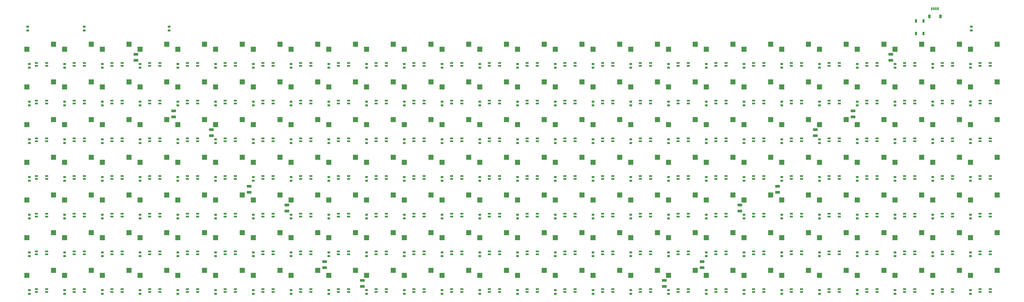
<source format=gbr>
G04 #@! TF.GenerationSoftware,KiCad,Pcbnew,(6.0.0-0)*
G04 #@! TF.CreationDate,2021-12-27T00:14:13+03:00*
G04 #@! TF.ProjectId,fu_keyboard,66755f6b-6579-4626-9f61-72642e6b6963,rev?*
G04 #@! TF.SameCoordinates,Original*
G04 #@! TF.FileFunction,Paste,Bot*
G04 #@! TF.FilePolarity,Positive*
%FSLAX46Y46*%
G04 Gerber Fmt 4.6, Leading zero omitted, Abs format (unit mm)*
G04 Created by KiCad (PCBNEW (6.0.0-0)) date 2021-12-27 00:14:13*
%MOMM*%
%LPD*%
G01*
G04 APERTURE LIST*
G04 Aperture macros list*
%AMRoundRect*
0 Rectangle with rounded corners*
0 $1 Rounding radius*
0 $2 $3 $4 $5 $6 $7 $8 $9 X,Y pos of 4 corners*
0 Add a 4 corners polygon primitive as box body*
4,1,4,$2,$3,$4,$5,$6,$7,$8,$9,$2,$3,0*
0 Add four circle primitives for the rounded corners*
1,1,$1+$1,$2,$3*
1,1,$1+$1,$4,$5*
1,1,$1+$1,$6,$7*
1,1,$1+$1,$8,$9*
0 Add four rect primitives between the rounded corners*
20,1,$1+$1,$2,$3,$4,$5,0*
20,1,$1+$1,$4,$5,$6,$7,0*
20,1,$1+$1,$6,$7,$8,$9,0*
20,1,$1+$1,$8,$9,$2,$3,0*%
G04 Aperture macros list end*
%ADD10RoundRect,0.082000X0.718000X-0.328000X0.718000X0.328000X-0.718000X0.328000X-0.718000X-0.328000X0*%
%ADD11RoundRect,0.082000X-0.718000X0.328000X-0.718000X-0.328000X0.718000X-0.328000X0.718000X0.328000X0*%
%ADD12R,2.550000X2.500000*%
%ADD13R,1.000000X1.700000*%
%ADD14RoundRect,0.243750X0.456250X-0.243750X0.456250X0.243750X-0.456250X0.243750X-0.456250X-0.243750X0*%
%ADD15RoundRect,0.250000X-0.925000X0.412500X-0.925000X-0.412500X0.925000X-0.412500X0.925000X0.412500X0*%
%ADD16RoundRect,0.150000X0.150000X0.625000X-0.150000X0.625000X-0.150000X-0.625000X0.150000X-0.625000X0*%
%ADD17RoundRect,0.250000X0.350000X0.650000X-0.350000X0.650000X-0.350000X-0.650000X0.350000X-0.650000X0*%
G04 APERTURE END LIST*
D10*
X231200000Y-158230000D03*
X231200000Y-156730000D03*
X226000000Y-156730000D03*
X226000000Y-158230000D03*
X231200000Y-82030000D03*
X231200000Y-80530000D03*
X226000000Y-80530000D03*
X226000000Y-82030000D03*
D11*
X149800000Y-175779999D03*
X149800000Y-177279999D03*
X155000000Y-177279999D03*
X155000000Y-175779999D03*
X473650000Y-175779999D03*
X473650000Y-177279999D03*
X478850000Y-177279999D03*
X478850000Y-175779999D03*
D10*
X174050000Y-120130000D03*
X174050000Y-118630000D03*
X168850000Y-118630000D03*
X168850000Y-120130000D03*
X497900000Y-158230000D03*
X497900000Y-156730000D03*
X492700000Y-156730000D03*
X492700000Y-158230000D03*
X364550000Y-158230000D03*
X364550000Y-156730000D03*
X359350000Y-156730000D03*
X359350000Y-158230000D03*
X288350000Y-120130000D03*
X288350000Y-118630000D03*
X283150000Y-118630000D03*
X283150000Y-120130000D03*
D11*
X54550000Y-99579999D03*
X54550000Y-101079999D03*
X59750000Y-101079999D03*
X59750000Y-99579999D03*
X73600000Y-99579999D03*
X73600000Y-101079999D03*
X78800000Y-101079999D03*
X78800000Y-99579999D03*
X264100000Y-99579999D03*
X264100000Y-101079999D03*
X269300000Y-101079999D03*
X269300000Y-99579999D03*
X321250000Y-175779999D03*
X321250000Y-177279999D03*
X326450000Y-177279999D03*
X326450000Y-175779999D03*
X283150000Y-99579999D03*
X283150000Y-101079999D03*
X288350000Y-101079999D03*
X288350000Y-99579999D03*
X454600000Y-137679999D03*
X454600000Y-139179999D03*
X459800000Y-139179999D03*
X459800000Y-137679999D03*
X340300000Y-175779999D03*
X340300000Y-177279999D03*
X345500000Y-177279999D03*
X345500000Y-175779999D03*
X378400000Y-137679999D03*
X378400000Y-139179999D03*
X383600000Y-139179999D03*
X383600000Y-137679999D03*
X264100000Y-61479999D03*
X264100000Y-62979999D03*
X269300000Y-62979999D03*
X269300000Y-61479999D03*
D10*
X326450000Y-158230000D03*
X326450000Y-156730000D03*
X321250000Y-156730000D03*
X321250000Y-158230000D03*
X135950000Y-120130000D03*
X135950000Y-118630000D03*
X130750000Y-118630000D03*
X130750000Y-120130000D03*
D11*
X35500000Y-118629999D03*
X35500000Y-120129999D03*
X40700000Y-120129999D03*
X40700000Y-118629999D03*
X149800000Y-137679999D03*
X149800000Y-139179999D03*
X155000000Y-139179999D03*
X155000000Y-137679999D03*
D10*
X421700000Y-158217999D03*
X421700000Y-156717999D03*
X416500000Y-156717999D03*
X416500000Y-158217999D03*
X174050000Y-82030000D03*
X174050000Y-80530000D03*
X168850000Y-80530000D03*
X168850000Y-82030000D03*
D11*
X435550000Y-137679999D03*
X435550000Y-139179999D03*
X440750000Y-139179999D03*
X440750000Y-137679999D03*
X397450000Y-175779999D03*
X397450000Y-177279999D03*
X402650000Y-177279999D03*
X402650000Y-175779999D03*
D10*
X459800000Y-120130000D03*
X459800000Y-118630000D03*
X454600000Y-118630000D03*
X454600000Y-120130000D03*
D11*
X473650000Y-137679999D03*
X473650000Y-139179999D03*
X478850000Y-139179999D03*
X478850000Y-137679999D03*
D10*
X364550000Y-120130000D03*
X364550000Y-118630000D03*
X359350000Y-118630000D03*
X359350000Y-120130000D03*
D11*
X492700000Y-61479999D03*
X492700000Y-62979999D03*
X497900000Y-62979999D03*
X497900000Y-61479999D03*
D10*
X269300000Y-82030000D03*
X269300000Y-80530000D03*
X264100000Y-80530000D03*
X264100000Y-82030000D03*
X212150000Y-82030000D03*
X212150000Y-80530000D03*
X206950000Y-80530000D03*
X206950000Y-82030000D03*
X288350000Y-158230000D03*
X288350000Y-156730000D03*
X283150000Y-156730000D03*
X283150000Y-158230000D03*
X212150000Y-120130000D03*
X212150000Y-118630000D03*
X206950000Y-118630000D03*
X206950000Y-120130000D03*
X516950000Y-120130000D03*
X516950000Y-118630000D03*
X511750000Y-118630000D03*
X511750000Y-120130000D03*
D11*
X435550000Y-175779999D03*
X435550000Y-177279999D03*
X440750000Y-177279999D03*
X440750000Y-175779999D03*
D10*
X307400000Y-158230000D03*
X307400000Y-156730000D03*
X302200000Y-156730000D03*
X302200000Y-158230000D03*
X497900000Y-82030000D03*
X497900000Y-80530000D03*
X492700000Y-80530000D03*
X492700000Y-82030000D03*
D11*
X187900000Y-61479999D03*
X187900000Y-62979999D03*
X193100000Y-62979999D03*
X193100000Y-61479999D03*
D10*
X383600000Y-120130000D03*
X383600000Y-118630000D03*
X378400000Y-118630000D03*
X378400000Y-120130000D03*
X459800000Y-82030000D03*
X459800000Y-80530000D03*
X454600000Y-80530000D03*
X454600000Y-82030000D03*
X345500000Y-158230000D03*
X345500000Y-156730000D03*
X340300000Y-156730000D03*
X340300000Y-158230000D03*
D11*
X435550000Y-61479999D03*
X435550000Y-62979999D03*
X440750000Y-62979999D03*
X440750000Y-61479999D03*
X359350000Y-175779999D03*
X359350000Y-177279999D03*
X364550000Y-177279999D03*
X364550000Y-175779999D03*
X397450000Y-61479999D03*
X397450000Y-62979999D03*
X402650000Y-62979999D03*
X402650000Y-61479999D03*
X511750000Y-61479999D03*
X511750000Y-62979999D03*
X516950000Y-62979999D03*
X516950000Y-61479999D03*
X226000000Y-61479999D03*
X226000000Y-62979999D03*
X231200000Y-62979999D03*
X231200000Y-61479999D03*
X206950000Y-99579999D03*
X206950000Y-101079999D03*
X212150000Y-101079999D03*
X212150000Y-99579999D03*
D10*
X478850000Y-158230000D03*
X478850000Y-156730000D03*
X473650000Y-156730000D03*
X473650000Y-158230000D03*
D11*
X473650000Y-99579999D03*
X473650000Y-101079999D03*
X478850000Y-101079999D03*
X478850000Y-99579999D03*
X226000000Y-137679999D03*
X226000000Y-139179999D03*
X231200000Y-139179999D03*
X231200000Y-137679999D03*
X92650000Y-99579999D03*
X92650000Y-101079999D03*
X97850000Y-101079999D03*
X97850000Y-99579999D03*
D10*
X269300000Y-158230000D03*
X269300000Y-156730000D03*
X264100000Y-156730000D03*
X264100000Y-158230000D03*
D11*
X92650000Y-175779999D03*
X92650000Y-177279999D03*
X97850000Y-177279999D03*
X97850000Y-175779999D03*
X111700000Y-99579999D03*
X111700000Y-101079999D03*
X116900000Y-101079999D03*
X116900000Y-99579999D03*
D10*
X402650000Y-158230000D03*
X402650000Y-156730000D03*
X397450000Y-156730000D03*
X397450000Y-158230000D03*
X193100000Y-158230000D03*
X193100000Y-156730000D03*
X187900000Y-156730000D03*
X187900000Y-158230000D03*
D11*
X187900000Y-99579999D03*
X187900000Y-101079999D03*
X193100000Y-101079999D03*
X193100000Y-99579999D03*
D10*
X155000000Y-158230000D03*
X155000000Y-156730000D03*
X149800000Y-156730000D03*
X149800000Y-158230000D03*
X116900000Y-120130000D03*
X116900000Y-118630000D03*
X111700000Y-118630000D03*
X111700000Y-120130000D03*
D11*
X511750000Y-175779999D03*
X511750000Y-177279999D03*
X516950000Y-177279999D03*
X516950000Y-175779999D03*
D10*
X212150000Y-158230000D03*
X212150000Y-156730000D03*
X206950000Y-156730000D03*
X206950000Y-158230000D03*
X288350000Y-82030000D03*
X288350000Y-80530000D03*
X283150000Y-80530000D03*
X283150000Y-82030000D03*
D11*
X492700000Y-137679999D03*
X492700000Y-139179999D03*
X497900000Y-139179999D03*
X497900000Y-137679999D03*
X416500000Y-61479999D03*
X416500000Y-62979999D03*
X421700000Y-62979999D03*
X421700000Y-61479999D03*
X149800000Y-61479999D03*
X149800000Y-62979999D03*
X155000000Y-62979999D03*
X155000000Y-61479999D03*
D10*
X459800000Y-158230000D03*
X459800000Y-156730000D03*
X454600000Y-156730000D03*
X454600000Y-158230000D03*
D11*
X168850000Y-137679999D03*
X168850000Y-139179999D03*
X174050000Y-139179999D03*
X174050000Y-137679999D03*
X245050000Y-175779999D03*
X245050000Y-177279999D03*
X250250000Y-177279999D03*
X250250000Y-175779999D03*
X321250000Y-137679999D03*
X321250000Y-139179999D03*
X326450000Y-139179999D03*
X326450000Y-137679999D03*
X168850000Y-99579999D03*
X168850000Y-101079999D03*
X174050000Y-101079999D03*
X174050000Y-99579999D03*
D10*
X402650000Y-82030000D03*
X402650000Y-80530000D03*
X397450000Y-80530000D03*
X397450000Y-82030000D03*
D11*
X359350000Y-61479999D03*
X359350000Y-62979999D03*
X364550000Y-62979999D03*
X364550000Y-61479999D03*
D10*
X97850000Y-120130000D03*
X97850000Y-118630000D03*
X92650000Y-118630000D03*
X92650000Y-120130000D03*
X307400000Y-120130000D03*
X307400000Y-118630000D03*
X302200000Y-118630000D03*
X302200000Y-120130000D03*
D11*
X245050000Y-61479999D03*
X245050000Y-62979999D03*
X250250000Y-62979999D03*
X250250000Y-61479999D03*
X111700000Y-61479999D03*
X111700000Y-62979999D03*
X116900000Y-62979999D03*
X116900000Y-61479999D03*
X73600000Y-61479999D03*
X73600000Y-62979999D03*
X78800000Y-62979999D03*
X78800000Y-61479999D03*
X35500000Y-175779999D03*
X35500000Y-177279999D03*
X40700000Y-177279999D03*
X40700000Y-175779999D03*
X416500000Y-175779999D03*
X416500000Y-177279999D03*
X421700000Y-177279999D03*
X421700000Y-175779999D03*
D10*
X250250000Y-120130000D03*
X250250000Y-118630000D03*
X245050000Y-118630000D03*
X245050000Y-120130000D03*
X135950000Y-158230000D03*
X135950000Y-156730000D03*
X130750000Y-156730000D03*
X130750000Y-158230000D03*
X345500000Y-82030000D03*
X345500000Y-80530000D03*
X340300000Y-80530000D03*
X340300000Y-82030000D03*
X516950000Y-139180000D03*
X516950000Y-137680000D03*
X511750000Y-137680000D03*
X511750000Y-139180000D03*
X516950000Y-101080000D03*
X516950000Y-99580000D03*
X511750000Y-99580000D03*
X511750000Y-101080000D03*
D11*
X187900000Y-175779999D03*
X187900000Y-177279999D03*
X193100000Y-177279999D03*
X193100000Y-175779999D03*
X35500000Y-61479999D03*
X35500000Y-62979999D03*
X40700000Y-62979999D03*
X40700000Y-61479999D03*
X54550000Y-137679999D03*
X54550000Y-139179999D03*
X59750000Y-139179999D03*
X59750000Y-137679999D03*
D10*
X421700000Y-120130000D03*
X421700000Y-118630000D03*
X416500000Y-118630000D03*
X416500000Y-120130000D03*
D11*
X168850000Y-175779999D03*
X168850000Y-177279999D03*
X174050000Y-177279999D03*
X174050000Y-175779999D03*
X264100000Y-137679999D03*
X264100000Y-139179999D03*
X269300000Y-139179999D03*
X269300000Y-137679999D03*
D10*
X516950000Y-158230000D03*
X516950000Y-156730000D03*
X511750000Y-156730000D03*
X511750000Y-158230000D03*
X116900000Y-82030000D03*
X116900000Y-80530000D03*
X111700000Y-80530000D03*
X111700000Y-82030000D03*
X231200000Y-120130000D03*
X231200000Y-118630000D03*
X226000000Y-118630000D03*
X226000000Y-120130000D03*
D11*
X168850000Y-61479999D03*
X168850000Y-62979999D03*
X174050000Y-62979999D03*
X174050000Y-61479999D03*
X149800000Y-99579999D03*
X149800000Y-101079999D03*
X155000000Y-101079999D03*
X155000000Y-99579999D03*
X473650000Y-61479999D03*
X473650000Y-62979999D03*
X478850000Y-62979999D03*
X478850000Y-61479999D03*
X397450000Y-137679999D03*
X397450000Y-139179999D03*
X402650000Y-139179999D03*
X402650000Y-137679999D03*
D10*
X478850000Y-120130000D03*
X478850000Y-118630000D03*
X473650000Y-118630000D03*
X473650000Y-120130000D03*
D11*
X111700000Y-175779999D03*
X111700000Y-177279999D03*
X116900000Y-177279999D03*
X116900000Y-175779999D03*
X206950000Y-61479999D03*
X206950000Y-62979999D03*
X212150000Y-62979999D03*
X212150000Y-61479999D03*
D10*
X402650000Y-120130000D03*
X402650000Y-118630000D03*
X397450000Y-118630000D03*
X397450000Y-120130000D03*
X193100000Y-82030000D03*
X193100000Y-80530000D03*
X187900000Y-80530000D03*
X187900000Y-82030000D03*
D11*
X397450000Y-99579999D03*
X397450000Y-101079999D03*
X402650000Y-101079999D03*
X402650000Y-99579999D03*
D10*
X59750000Y-158230000D03*
X59750000Y-156730000D03*
X54550000Y-156730000D03*
X54550000Y-158230000D03*
D11*
X226000000Y-99579999D03*
X226000000Y-101079999D03*
X231200000Y-101079999D03*
X231200000Y-99579999D03*
X35500000Y-137679999D03*
X35500000Y-139179999D03*
X40700000Y-139179999D03*
X40700000Y-137679999D03*
X283150000Y-61479999D03*
X283150000Y-62979999D03*
X288350000Y-62979999D03*
X288350000Y-61479999D03*
D10*
X250250000Y-158230000D03*
X250250000Y-156730000D03*
X245050000Y-156730000D03*
X245050000Y-158230000D03*
D11*
X416500000Y-99579999D03*
X416500000Y-101079999D03*
X421700000Y-101079999D03*
X421700000Y-99579999D03*
X492700000Y-175779999D03*
X492700000Y-177279999D03*
X497900000Y-177279999D03*
X497900000Y-175779999D03*
D10*
X250250000Y-82030000D03*
X250250000Y-80530000D03*
X245050000Y-80530000D03*
X245050000Y-82030000D03*
D11*
X35500000Y-156729999D03*
X35500000Y-158229999D03*
X40700000Y-158229999D03*
X40700000Y-156729999D03*
D10*
X78800000Y-158230000D03*
X78800000Y-156730000D03*
X73600000Y-156730000D03*
X73600000Y-158230000D03*
X383600000Y-82030000D03*
X383600000Y-80530000D03*
X378400000Y-80530000D03*
X378400000Y-82030000D03*
X345500000Y-120130000D03*
X345500000Y-118630000D03*
X340300000Y-118630000D03*
X340300000Y-120130000D03*
X155000000Y-120130000D03*
X155000000Y-118630000D03*
X149800000Y-118630000D03*
X149800000Y-120130000D03*
D11*
X378400000Y-61479999D03*
X378400000Y-62979999D03*
X383600000Y-62979999D03*
X383600000Y-61479999D03*
D10*
X383600000Y-158230000D03*
X383600000Y-156730000D03*
X378400000Y-156730000D03*
X378400000Y-158230000D03*
D11*
X73600000Y-137679999D03*
X73600000Y-139179999D03*
X78800000Y-139179999D03*
X78800000Y-137679999D03*
X264100000Y-175779999D03*
X264100000Y-177279999D03*
X269300000Y-177279999D03*
X269300000Y-175779999D03*
D10*
X440750000Y-158230000D03*
X440750000Y-156730000D03*
X435550000Y-156730000D03*
X435550000Y-158230000D03*
D11*
X283150000Y-175779999D03*
X283150000Y-177279999D03*
X288350000Y-177279999D03*
X288350000Y-175779999D03*
X283150000Y-137679999D03*
X283150000Y-139179999D03*
X288350000Y-139179999D03*
X288350000Y-137679999D03*
X302200000Y-99579999D03*
X302200000Y-101079999D03*
X307400000Y-101079999D03*
X307400000Y-99579999D03*
X54550000Y-175779999D03*
X54550000Y-177279999D03*
X59750000Y-177279999D03*
X59750000Y-175779999D03*
X130750000Y-99579999D03*
X130750000Y-101079999D03*
X135950000Y-101079999D03*
X135950000Y-99579999D03*
D10*
X497900000Y-120130000D03*
X497900000Y-118630000D03*
X492700000Y-118630000D03*
X492700000Y-120130000D03*
D11*
X206950000Y-175779999D03*
X206950000Y-177279999D03*
X212150000Y-177279999D03*
X212150000Y-175779999D03*
X340300000Y-137679999D03*
X340300000Y-139179999D03*
X345500000Y-139179999D03*
X345500000Y-137679999D03*
X245050000Y-99579999D03*
X245050000Y-101079999D03*
X250250000Y-101079999D03*
X250250000Y-99579999D03*
D10*
X269300000Y-120130000D03*
X269300000Y-118630000D03*
X264100000Y-118630000D03*
X264100000Y-120130000D03*
X155000000Y-82030000D03*
X155000000Y-80530000D03*
X149800000Y-80530000D03*
X149800000Y-82030000D03*
D11*
X359350000Y-137679999D03*
X359350000Y-139179999D03*
X364550000Y-139179999D03*
X364550000Y-137679999D03*
X492700000Y-99579999D03*
X492700000Y-101079999D03*
X497900000Y-101079999D03*
X497900000Y-99579999D03*
D10*
X97850000Y-158230000D03*
X97850000Y-156730000D03*
X92650000Y-156730000D03*
X92650000Y-158230000D03*
X364550000Y-82030000D03*
X364550000Y-80530000D03*
X359350000Y-80530000D03*
X359350000Y-82030000D03*
D11*
X340300000Y-99579999D03*
X340300000Y-101079999D03*
X345500000Y-101079999D03*
X345500000Y-99579999D03*
X92650000Y-61479999D03*
X92650000Y-62979999D03*
X97850000Y-62979999D03*
X97850000Y-61479999D03*
D10*
X478850000Y-82030000D03*
X478850000Y-80530000D03*
X473650000Y-80530000D03*
X473650000Y-82030000D03*
D11*
X454600000Y-175779999D03*
X454600000Y-177279999D03*
X459800000Y-177279999D03*
X459800000Y-175779999D03*
X454600000Y-61479999D03*
X454600000Y-62979999D03*
X459800000Y-62979999D03*
X459800000Y-61479999D03*
X35500000Y-99579999D03*
X35500000Y-101079999D03*
X40700000Y-101079999D03*
X40700000Y-99579999D03*
D10*
X40700000Y-82030000D03*
X40700000Y-80530000D03*
X35500000Y-80530000D03*
X35500000Y-82030000D03*
X59750000Y-120130000D03*
X59750000Y-118630000D03*
X54550000Y-118630000D03*
X54550000Y-120130000D03*
D11*
X454600000Y-99579999D03*
X454600000Y-101079999D03*
X459800000Y-101079999D03*
X459800000Y-99579999D03*
X416500000Y-137679999D03*
X416500000Y-139179999D03*
X421700000Y-139179999D03*
X421700000Y-137679999D03*
X435550000Y-99579999D03*
X435550000Y-101079999D03*
X440750000Y-101079999D03*
X440750000Y-99579999D03*
X73600000Y-175779999D03*
X73600000Y-177279999D03*
X78800000Y-177279999D03*
X78800000Y-175779999D03*
X302200000Y-175779999D03*
X302200000Y-177279999D03*
X307400000Y-177279999D03*
X307400000Y-175779999D03*
X321250000Y-61479999D03*
X321250000Y-62979999D03*
X326450000Y-62979999D03*
X326450000Y-61479999D03*
D10*
X135950000Y-82030000D03*
X135950000Y-80530000D03*
X130750000Y-80530000D03*
X130750000Y-82030000D03*
D11*
X359350000Y-99579999D03*
X359350000Y-101079999D03*
X364550000Y-101079999D03*
X364550000Y-99579999D03*
X130750000Y-175779999D03*
X130750000Y-177279999D03*
X135950000Y-177279999D03*
X135950000Y-175779999D03*
X130750000Y-137679999D03*
X130750000Y-139179999D03*
X135950000Y-139179999D03*
X135950000Y-137679999D03*
D10*
X326450000Y-82030000D03*
X326450000Y-80530000D03*
X321250000Y-80530000D03*
X321250000Y-82030000D03*
D11*
X378400000Y-99579999D03*
X378400000Y-101079999D03*
X383600000Y-101079999D03*
X383600000Y-99579999D03*
D10*
X193100000Y-120130000D03*
X193100000Y-118630000D03*
X187900000Y-118630000D03*
X187900000Y-120130000D03*
D11*
X54550000Y-61479999D03*
X54550000Y-62979999D03*
X59750000Y-62979999D03*
X59750000Y-61479999D03*
X130750000Y-61479999D03*
X130750000Y-62979999D03*
X135950000Y-62979999D03*
X135950000Y-61479999D03*
D10*
X326450000Y-120130000D03*
X326450000Y-118630000D03*
X321250000Y-118630000D03*
X321250000Y-120130000D03*
X440750000Y-120130000D03*
X440750000Y-118630000D03*
X435550000Y-118630000D03*
X435550000Y-120130000D03*
D11*
X378400000Y-175779999D03*
X378400000Y-177279999D03*
X383600000Y-177279999D03*
X383600000Y-175779999D03*
D10*
X307400000Y-82030000D03*
X307400000Y-80530000D03*
X302200000Y-80530000D03*
X302200000Y-82030000D03*
D11*
X245050000Y-137679999D03*
X245050000Y-139179999D03*
X250250000Y-139179999D03*
X250250000Y-137679999D03*
X302200000Y-137679999D03*
X302200000Y-139179999D03*
X307400000Y-139179999D03*
X307400000Y-137679999D03*
X92650000Y-137679999D03*
X92650000Y-139179999D03*
X97850000Y-139179999D03*
X97850000Y-137679999D03*
D10*
X78800000Y-120130000D03*
X78800000Y-118630000D03*
X73600000Y-118630000D03*
X73600000Y-120130000D03*
D11*
X226000000Y-175779999D03*
X226000000Y-177279999D03*
X231200000Y-177279999D03*
X231200000Y-175779999D03*
X340300000Y-61479999D03*
X340300000Y-62979999D03*
X345500000Y-62979999D03*
X345500000Y-61479999D03*
D10*
X78800000Y-82030000D03*
X78800000Y-80530000D03*
X73600000Y-80530000D03*
X73600000Y-82030000D03*
X97850000Y-82030000D03*
X97850000Y-80530000D03*
X92650000Y-80530000D03*
X92650000Y-82030000D03*
X59750000Y-82030000D03*
X59750000Y-80530000D03*
X54550000Y-80530000D03*
X54550000Y-82030000D03*
X174050000Y-158230000D03*
X174050000Y-156730000D03*
X168850000Y-156730000D03*
X168850000Y-158230000D03*
D11*
X321250000Y-99579999D03*
X321250000Y-101079999D03*
X326450000Y-101079999D03*
X326450000Y-99579999D03*
D10*
X440750000Y-82030000D03*
X440750000Y-80530000D03*
X435550000Y-80530000D03*
X435550000Y-82030000D03*
X116900000Y-158230000D03*
X116900000Y-156730000D03*
X111700000Y-156730000D03*
X111700000Y-158230000D03*
X516950000Y-82030000D03*
X516950000Y-80530000D03*
X511750000Y-80530000D03*
X511750000Y-82030000D03*
D11*
X187900000Y-137679999D03*
X187900000Y-139179999D03*
X193100000Y-139179999D03*
X193100000Y-137679999D03*
X206950000Y-137679999D03*
X206950000Y-139179999D03*
X212150000Y-139179999D03*
X212150000Y-137679999D03*
D10*
X421700000Y-82030000D03*
X421700000Y-80530000D03*
X416500000Y-80530000D03*
X416500000Y-82030000D03*
D11*
X302200000Y-61479999D03*
X302200000Y-62979999D03*
X307400000Y-62979999D03*
X307400000Y-61479999D03*
X111700000Y-137679999D03*
X111700000Y-139179999D03*
X116900000Y-139179999D03*
X116900000Y-137679999D03*
D12*
X30740000Y-54610000D03*
X44190000Y-52070000D03*
X49790000Y-54610000D03*
X63240000Y-52070000D03*
X68840000Y-54610000D03*
X82290000Y-52070000D03*
X87890000Y-54610000D03*
X101340000Y-52070000D03*
X106940000Y-54610000D03*
X120390000Y-52070000D03*
X125990000Y-54610000D03*
X139440000Y-52070000D03*
X145040000Y-54610000D03*
X158490000Y-52070000D03*
X164090000Y-54610000D03*
X177540000Y-52070000D03*
X183140000Y-54610000D03*
X196590000Y-52070000D03*
X202190000Y-54610000D03*
X215640000Y-52070000D03*
X221240000Y-54610000D03*
X234690000Y-52070000D03*
X240290000Y-54610000D03*
X253740000Y-52070000D03*
X259340000Y-54610000D03*
X272790000Y-52070000D03*
X278390000Y-54610000D03*
X291840000Y-52070000D03*
X310890000Y-52070000D03*
X297440000Y-54610000D03*
X329940000Y-52070000D03*
X316490000Y-54610000D03*
X335540000Y-54610000D03*
X348990000Y-52070000D03*
X354590000Y-54610000D03*
X368040000Y-52070000D03*
X373640000Y-54610000D03*
X387090000Y-52070000D03*
X392690000Y-54610000D03*
X406140000Y-52070000D03*
X411740000Y-54610000D03*
X425190000Y-52070000D03*
X430790000Y-54610000D03*
X444240000Y-52070000D03*
X449840000Y-54610000D03*
X463290000Y-52070000D03*
X468890000Y-54610000D03*
X482340000Y-52070000D03*
X487940000Y-54610000D03*
X501390000Y-52070000D03*
X506990000Y-54610000D03*
X520440000Y-52070000D03*
X30740000Y-73660000D03*
X44190000Y-71120000D03*
X49790000Y-73660000D03*
X63240000Y-71120000D03*
X68840000Y-73660000D03*
X82290000Y-71120000D03*
X87890000Y-73660000D03*
X101340000Y-71120000D03*
X106940000Y-73660000D03*
X120390000Y-71120000D03*
X125990000Y-73660000D03*
X139440000Y-71120000D03*
X145040000Y-73660000D03*
X158490000Y-71120000D03*
X164090000Y-73660000D03*
X177540000Y-71120000D03*
X183140000Y-73660000D03*
X196590000Y-71120000D03*
X202190000Y-73660000D03*
X215640000Y-71120000D03*
X221240000Y-73660000D03*
X234690000Y-71120000D03*
X240290000Y-73660000D03*
X253740000Y-71120000D03*
X259340000Y-73660000D03*
X272790000Y-71120000D03*
X278390000Y-73660000D03*
X291840000Y-71120000D03*
X297440000Y-73660000D03*
X310890000Y-71120000D03*
X316490000Y-73660000D03*
X329940000Y-71120000D03*
X335540000Y-73660000D03*
X348990000Y-71120000D03*
X354590000Y-73660000D03*
X368040000Y-71120000D03*
X373640000Y-73660000D03*
X387090000Y-71120000D03*
X392690000Y-73660000D03*
X406140000Y-71120000D03*
X411740000Y-73660000D03*
X425190000Y-71120000D03*
X430790000Y-73660000D03*
X444240000Y-71120000D03*
X449840000Y-73660000D03*
X463290000Y-71120000D03*
X468890000Y-73660000D03*
X482340000Y-71120000D03*
X487940000Y-73660000D03*
X501390000Y-71120000D03*
X506990000Y-73660000D03*
X520440000Y-71120000D03*
X30740000Y-92710000D03*
X44190000Y-90170000D03*
X49790000Y-92710000D03*
X63240000Y-90170000D03*
X68840000Y-92710000D03*
X82290000Y-90170000D03*
X87890000Y-92710000D03*
X101340000Y-90170000D03*
X106940000Y-92710000D03*
X120390000Y-90170000D03*
X125990000Y-92710000D03*
X139440000Y-90170000D03*
X145040000Y-92710000D03*
X158490000Y-90170000D03*
X164090000Y-92710000D03*
X177540000Y-90170000D03*
X183140000Y-92710000D03*
X196590000Y-90170000D03*
X202190000Y-92710000D03*
X215640000Y-90170000D03*
X221240000Y-92710000D03*
X234690000Y-90170000D03*
X240290000Y-92710000D03*
X253740000Y-90170000D03*
X259340000Y-92710000D03*
X272790000Y-90170000D03*
X278390000Y-92710000D03*
X291840000Y-90170000D03*
X297440000Y-92710000D03*
X310890000Y-90170000D03*
X316490000Y-92710000D03*
X329940000Y-90170000D03*
X335540000Y-92710000D03*
X348990000Y-90170000D03*
X354590000Y-92710000D03*
X368040000Y-90170000D03*
X373640000Y-92710000D03*
X387090000Y-90170000D03*
X392690000Y-92710000D03*
X406140000Y-90170000D03*
X411740000Y-92710000D03*
X425190000Y-90170000D03*
X430790000Y-92710000D03*
X444240000Y-90170000D03*
X449840000Y-92710000D03*
X463290000Y-90170000D03*
X468890000Y-92710000D03*
X482340000Y-90170000D03*
X487940000Y-92710000D03*
X501390000Y-90170000D03*
X506990000Y-92710000D03*
X520440000Y-90170000D03*
X30740000Y-111760000D03*
X44190000Y-109220000D03*
X49790000Y-111760000D03*
X63240000Y-109220000D03*
X68840000Y-111760000D03*
X82290000Y-109220000D03*
X87890000Y-111760000D03*
X101340000Y-109220000D03*
X106940000Y-111760000D03*
X120390000Y-109220000D03*
X125990000Y-111760000D03*
X139440000Y-109220000D03*
X145040000Y-111760000D03*
X158490000Y-109220000D03*
X164090000Y-111760000D03*
X177540000Y-109220000D03*
X183140000Y-111760000D03*
X196590000Y-109220000D03*
X202190000Y-111760000D03*
X215640000Y-109220000D03*
X221240000Y-111760000D03*
X234690000Y-109220000D03*
X240290000Y-111760000D03*
X253740000Y-109220000D03*
X259340000Y-111760000D03*
X272790000Y-109220000D03*
X278390000Y-111760000D03*
X291840000Y-109220000D03*
X297440000Y-111760000D03*
X310890000Y-109220000D03*
X316490000Y-111760000D03*
X329940000Y-109220000D03*
X335540000Y-111760000D03*
X348990000Y-109220000D03*
X354590000Y-111760000D03*
X368040000Y-109220000D03*
X373640000Y-111760000D03*
X387090000Y-109220000D03*
X392690000Y-111760000D03*
X406140000Y-109220000D03*
X411740000Y-111760000D03*
X425190000Y-109220000D03*
X430790000Y-111760000D03*
X444240000Y-109220000D03*
X449840000Y-111760000D03*
X463290000Y-109220000D03*
X468890000Y-111760000D03*
X482340000Y-109220000D03*
X487940000Y-111760000D03*
X501390000Y-109220000D03*
X506990000Y-111760000D03*
X520440000Y-109220000D03*
X30740000Y-130810000D03*
X44190000Y-128270000D03*
X49790000Y-130810000D03*
X63240000Y-128270000D03*
X68840000Y-130810000D03*
X82290000Y-128270000D03*
X87890000Y-130810000D03*
X101340000Y-128270000D03*
X106940000Y-130810000D03*
X120390000Y-128270000D03*
X125990000Y-130810000D03*
X139440000Y-128270000D03*
X145040000Y-130810000D03*
X158490000Y-128270000D03*
X164090000Y-130810000D03*
X177540000Y-128270000D03*
X183140000Y-130810000D03*
X196590000Y-128270000D03*
X202190000Y-130810000D03*
X215640000Y-128270000D03*
X221240000Y-130810000D03*
X234690000Y-128270000D03*
X240290000Y-130810000D03*
X253740000Y-128270000D03*
X259340000Y-130810000D03*
X272790000Y-128270000D03*
X278390000Y-130810000D03*
X291840000Y-128270000D03*
X297440000Y-130810000D03*
X310890000Y-128270000D03*
X316490000Y-130810000D03*
X329940000Y-128270000D03*
X335540000Y-130810000D03*
X348990000Y-128270000D03*
X354590000Y-130810000D03*
X368040000Y-128270000D03*
X373640000Y-130810000D03*
X387090000Y-128270000D03*
X392690000Y-130810000D03*
X406140000Y-128270000D03*
X411740000Y-130810000D03*
X425190000Y-128270000D03*
X430790000Y-130810000D03*
X444240000Y-128270000D03*
X449840000Y-130810000D03*
X463290000Y-128270000D03*
X468890000Y-130810000D03*
X482340000Y-128270000D03*
X487940000Y-130810000D03*
X501390000Y-128270000D03*
X506990000Y-130810000D03*
X520440000Y-128270000D03*
X30740000Y-149860000D03*
X44190000Y-147320000D03*
X49790000Y-149860000D03*
X63240000Y-147320000D03*
X68840000Y-149860000D03*
X82290000Y-147320000D03*
X87890000Y-149860000D03*
X101340000Y-147320000D03*
X106940000Y-149860000D03*
X120390000Y-147320000D03*
X125990000Y-149860000D03*
X139440000Y-147320000D03*
X145040000Y-149860000D03*
X158490000Y-147320000D03*
X164090000Y-149860000D03*
X177540000Y-147320000D03*
X183140000Y-149860000D03*
X196590000Y-147320000D03*
X202190000Y-149860000D03*
X215640000Y-147320000D03*
X221240000Y-149860000D03*
X234690000Y-147320000D03*
X240290000Y-149860000D03*
X253740000Y-147320000D03*
X259340000Y-149860000D03*
X272790000Y-147320000D03*
X278390000Y-149860000D03*
X291840000Y-147320000D03*
X297440000Y-149860000D03*
X310890000Y-147320000D03*
X316490000Y-149860000D03*
X329940000Y-147320000D03*
X335540000Y-149860000D03*
X348990000Y-147320000D03*
X354590000Y-149860000D03*
X368040000Y-147320000D03*
X373640000Y-149860000D03*
X387090000Y-147320000D03*
X392690000Y-149860000D03*
X406140000Y-147320000D03*
X411740000Y-149860000D03*
X425190000Y-147320000D03*
X430790000Y-149860000D03*
X444240000Y-147320000D03*
X449840000Y-149860000D03*
X463290000Y-147320000D03*
X468890000Y-149860000D03*
X482340000Y-147320000D03*
X487940000Y-149860000D03*
X501390000Y-147320000D03*
X506990000Y-149860000D03*
X520440000Y-147320000D03*
X30740000Y-168910000D03*
X44190000Y-166370000D03*
X49790000Y-168910000D03*
X63240000Y-166370000D03*
X68840000Y-168910000D03*
X82290000Y-166370000D03*
X87890000Y-168910000D03*
X101340000Y-166370000D03*
X106940000Y-168910000D03*
X120390000Y-166370000D03*
X125990000Y-168910000D03*
X139440000Y-166370000D03*
X145040000Y-168910000D03*
X158490000Y-166370000D03*
X164090000Y-168910000D03*
X177540000Y-166370000D03*
X183140000Y-168910000D03*
X196590000Y-166370000D03*
X202190000Y-168910000D03*
X215640000Y-166370000D03*
X221240000Y-168910000D03*
X234690000Y-166370000D03*
X240290000Y-168910000D03*
X253740000Y-166370000D03*
X259340000Y-168910000D03*
X272790000Y-166370000D03*
X278390000Y-168910000D03*
X291840000Y-166370000D03*
X297440000Y-168910000D03*
X310890000Y-166370000D03*
X316490000Y-168910000D03*
X329940000Y-166370000D03*
X335540000Y-168910000D03*
X348990000Y-166370000D03*
X354590000Y-168910000D03*
X368040000Y-166370000D03*
X373640000Y-168910000D03*
X387090000Y-166370000D03*
X392690000Y-168910000D03*
X406140000Y-166370000D03*
X411740000Y-168910000D03*
X425190000Y-166370000D03*
X430790000Y-168910000D03*
X444240000Y-166370000D03*
X449840000Y-168910000D03*
X463290000Y-166370000D03*
X468890000Y-168910000D03*
X482340000Y-166370000D03*
X487940000Y-168910000D03*
X501390000Y-166370000D03*
D13*
X479430000Y-46584000D03*
X479430000Y-40284000D03*
X483230000Y-46584000D03*
X483230000Y-40284000D03*
D14*
X31100000Y-45058000D03*
X31100000Y-43183000D03*
X32004000Y-63917499D03*
X32004000Y-62042499D03*
X49790000Y-63917499D03*
X49790000Y-62042499D03*
X68840000Y-63917499D03*
X68840000Y-62042499D03*
X87890000Y-63917499D03*
X87890000Y-62042499D03*
X145040000Y-63917499D03*
X145040000Y-62042499D03*
X278390000Y-63917499D03*
X278390000Y-62042499D03*
X316490000Y-63917499D03*
X316490000Y-62042499D03*
X354590000Y-63917499D03*
X354590000Y-62042499D03*
X430790000Y-63917499D03*
X430790000Y-62042499D03*
X145040000Y-82967499D03*
X145040000Y-81092499D03*
X373640000Y-82967499D03*
X373640000Y-81092499D03*
X468890000Y-82967499D03*
X468890000Y-81092499D03*
X87890000Y-102017499D03*
X87890000Y-100142499D03*
X202190000Y-102017499D03*
X202190000Y-100142499D03*
X335540000Y-102017499D03*
X335540000Y-100142499D03*
X430790000Y-102017499D03*
X430790000Y-100142499D03*
X468890000Y-102017499D03*
X468890000Y-100142499D03*
X68840000Y-121067499D03*
X68840000Y-119192499D03*
X125990000Y-121067499D03*
X125990000Y-119192499D03*
X183140000Y-121067499D03*
X183140000Y-119192499D03*
X202190000Y-121067499D03*
X202190000Y-119192499D03*
X297440000Y-121067499D03*
X297440000Y-119192499D03*
X316490000Y-121067499D03*
X316490000Y-119192499D03*
X373640000Y-121067499D03*
X373640000Y-119192499D03*
X430790000Y-121067499D03*
X430790000Y-119192499D03*
X32004000Y-140117499D03*
X32004000Y-138242499D03*
X49790000Y-140117499D03*
X49790000Y-138242499D03*
X87890000Y-140117499D03*
X87890000Y-138242499D03*
X125990000Y-140117499D03*
X125990000Y-138242499D03*
X145040000Y-140117499D03*
X145040000Y-138242499D03*
X183140000Y-140117499D03*
X183140000Y-138242499D03*
X202190000Y-140117499D03*
X202190000Y-138242499D03*
X221240000Y-140117499D03*
X221240000Y-138242499D03*
X259340000Y-140117499D03*
X259340000Y-138242499D03*
X297440000Y-140117499D03*
X297440000Y-138242499D03*
X316490000Y-140117499D03*
X316490000Y-138242499D03*
X373640000Y-140117499D03*
X373640000Y-138242499D03*
X392690000Y-140117499D03*
X392690000Y-138242499D03*
X430790000Y-140117499D03*
X430790000Y-138242499D03*
X449840000Y-140117499D03*
X449840000Y-138242499D03*
X487940000Y-140117499D03*
X487940000Y-138242499D03*
X32004000Y-159167499D03*
X32004000Y-157292499D03*
X49790000Y-159167499D03*
X49790000Y-157292499D03*
X68840000Y-159167499D03*
X68840000Y-157292499D03*
X87890000Y-159167499D03*
X87890000Y-157292499D03*
X106940000Y-159167499D03*
X106940000Y-157292499D03*
X145040000Y-159167499D03*
X145040000Y-157292499D03*
X164090000Y-159167499D03*
X164090000Y-157292499D03*
X183140000Y-159167499D03*
X183140000Y-157292499D03*
X240290000Y-159167499D03*
X240290000Y-157292499D03*
X259340000Y-159167499D03*
X259340000Y-157292499D03*
X278390000Y-159167499D03*
X278390000Y-157292499D03*
X297440000Y-159167499D03*
X297440000Y-157292499D03*
X316490000Y-159167499D03*
X316490000Y-157292499D03*
X335540000Y-159167499D03*
X335540000Y-157292499D03*
X373640000Y-159167499D03*
X373640000Y-157292499D03*
X411740000Y-159167499D03*
X411740000Y-157292499D03*
X430790000Y-159167499D03*
X430790000Y-157292499D03*
X449840000Y-159167499D03*
X449840000Y-157292499D03*
X487940000Y-159167499D03*
X487940000Y-157292499D03*
X32004000Y-178217499D03*
X32004000Y-176342499D03*
X49790000Y-178217499D03*
X49790000Y-176342499D03*
X87890000Y-178217499D03*
X87890000Y-176342499D03*
X106940000Y-178217499D03*
X106940000Y-176342499D03*
X125990000Y-178217499D03*
X125990000Y-176342499D03*
X145040000Y-178217499D03*
X145040000Y-176342499D03*
X164090000Y-178217499D03*
X164090000Y-176342499D03*
X183140000Y-178217499D03*
X183140000Y-176342499D03*
X202190000Y-178217499D03*
X202190000Y-176342499D03*
X240290000Y-178217499D03*
X240290000Y-176342499D03*
X259340000Y-178217499D03*
X259340000Y-176342499D03*
X278390000Y-178217499D03*
X278390000Y-176342499D03*
X297440000Y-178217499D03*
X297440000Y-176342499D03*
X316490000Y-178217499D03*
X316490000Y-176342499D03*
X335540000Y-178217499D03*
X335540000Y-176342499D03*
X354590000Y-178217499D03*
X354590000Y-176342499D03*
X373640000Y-178217499D03*
X373640000Y-176342499D03*
X392690000Y-178217499D03*
X392690000Y-176342499D03*
X411740000Y-178217499D03*
X411740000Y-176342499D03*
X430790000Y-178217499D03*
X430790000Y-176342499D03*
X449840000Y-178217499D03*
X449840000Y-176342499D03*
X468890000Y-178217499D03*
X468890000Y-176342499D03*
X487940000Y-178217499D03*
X487940000Y-176342499D03*
X506990000Y-178217499D03*
X506990000Y-176342499D03*
D12*
X506990000Y-168910000D03*
X520440000Y-166370000D03*
D14*
X59675000Y-45058000D03*
X59675000Y-43183000D03*
X102537500Y-45058000D03*
X102537500Y-43183000D03*
X507350000Y-45058000D03*
X507350000Y-43183000D03*
X106940000Y-63917499D03*
X106940000Y-62042499D03*
X125990000Y-63917499D03*
X125990000Y-62042499D03*
X164090000Y-63917499D03*
X164090000Y-62042499D03*
X183140000Y-63917499D03*
X183140000Y-62042499D03*
X202190000Y-63917499D03*
X202190000Y-62042499D03*
X221240000Y-63917499D03*
X221240000Y-62042499D03*
X240290000Y-63917499D03*
X240290000Y-62042499D03*
X259340000Y-63917499D03*
X259340000Y-62042499D03*
X297440000Y-63917499D03*
X297440000Y-62042499D03*
X335540000Y-63917499D03*
X335540000Y-62042499D03*
X373640000Y-63917499D03*
X373640000Y-62042499D03*
X392690000Y-63917499D03*
X392690000Y-62042499D03*
X411740000Y-63917499D03*
X411740000Y-62042499D03*
X449840000Y-63917499D03*
X449840000Y-62042499D03*
X468890000Y-63917499D03*
X468890000Y-62042499D03*
X487940000Y-63917499D03*
X487940000Y-62042499D03*
X506990000Y-63917499D03*
X506990000Y-62042499D03*
X32004000Y-82967499D03*
X32004000Y-81092499D03*
X49790000Y-82967499D03*
X49790000Y-81092499D03*
X68840000Y-82967499D03*
X68840000Y-81092499D03*
X87890000Y-82967499D03*
X87890000Y-81092499D03*
X106940000Y-82967499D03*
X106940000Y-81092499D03*
X125990000Y-82967499D03*
X125990000Y-81092499D03*
X164090000Y-82967499D03*
X164090000Y-81092499D03*
X183140000Y-82967499D03*
X183140000Y-81092499D03*
X202190000Y-82967499D03*
X202190000Y-81092499D03*
X221240000Y-82967499D03*
X221240000Y-81092499D03*
X240290000Y-82967499D03*
X240290000Y-81092499D03*
X259340000Y-82967499D03*
X259340000Y-81092499D03*
X278390000Y-82967499D03*
X278390000Y-81092499D03*
X297440000Y-82967499D03*
X297440000Y-81092499D03*
X316490000Y-82967499D03*
X316490000Y-81092499D03*
X335540000Y-82967499D03*
X335540000Y-81092499D03*
X354590000Y-82967499D03*
X354590000Y-81092499D03*
X392690000Y-82967499D03*
X392690000Y-81092499D03*
X411740000Y-82967499D03*
X411740000Y-81092499D03*
X430790000Y-82967499D03*
X430790000Y-81092499D03*
X449840000Y-82967499D03*
X449840000Y-81092499D03*
X487940000Y-82967499D03*
X487940000Y-81092499D03*
X506990000Y-82967499D03*
X506990000Y-81092499D03*
X32004000Y-102017499D03*
X32004000Y-100142499D03*
X49790000Y-102017499D03*
X49790000Y-100142499D03*
X68840000Y-102017499D03*
X68840000Y-100142499D03*
X106940000Y-102017499D03*
X106940000Y-100142499D03*
X125990000Y-102017499D03*
X125990000Y-100142499D03*
X145040000Y-102017499D03*
X145040000Y-100142499D03*
X164090000Y-102017499D03*
X164090000Y-100142499D03*
X183140000Y-102017499D03*
X183140000Y-100142499D03*
X221240000Y-102017499D03*
X221240000Y-100142499D03*
X240290000Y-102017499D03*
X240290000Y-100142499D03*
X259340000Y-102017499D03*
X259340000Y-100142499D03*
X278390000Y-102017499D03*
X278390000Y-100142499D03*
X297440000Y-102017499D03*
X297440000Y-100142499D03*
X316490000Y-102017499D03*
X316490000Y-100142499D03*
X354590000Y-102017499D03*
X354590000Y-100142499D03*
X373640000Y-102017499D03*
X373640000Y-100142499D03*
X392690000Y-102017499D03*
X392690000Y-100142499D03*
X411740000Y-102017499D03*
X411740000Y-100142499D03*
X449840000Y-102017499D03*
X449840000Y-100142499D03*
X487940000Y-102017499D03*
X487940000Y-100142499D03*
X506990000Y-102017499D03*
X506990000Y-100142499D03*
X32004000Y-121067499D03*
X32004000Y-119192499D03*
X49790000Y-121067499D03*
X49790000Y-119192499D03*
X87890000Y-121067499D03*
X87890000Y-119192499D03*
X106940000Y-121067499D03*
X106940000Y-119192499D03*
X145040000Y-121067499D03*
X145040000Y-119192499D03*
X164090000Y-121067499D03*
X164090000Y-119192499D03*
X221240000Y-121067499D03*
X221240000Y-119192499D03*
X240290000Y-121067499D03*
X240290000Y-119192499D03*
X259340000Y-121067499D03*
X259340000Y-119192499D03*
X278390000Y-121067499D03*
X278390000Y-119192499D03*
X335540000Y-121067499D03*
X335540000Y-119192499D03*
X354590000Y-121067499D03*
X354590000Y-119192499D03*
X392690000Y-121067499D03*
X392690000Y-119192499D03*
X411740000Y-121067499D03*
X411740000Y-119192499D03*
X449840000Y-121067499D03*
X449840000Y-119192499D03*
X468890000Y-121067499D03*
X468890000Y-119192499D03*
X487940000Y-121067499D03*
X487940000Y-119192499D03*
X506990000Y-121067499D03*
X506990000Y-119192499D03*
X68840000Y-140117499D03*
X68840000Y-138242499D03*
X106940000Y-140117499D03*
X106940000Y-138242499D03*
X164090000Y-140117499D03*
X164090000Y-138242499D03*
X240290000Y-140117499D03*
X240290000Y-138242499D03*
X278390000Y-140117499D03*
X278390000Y-138242499D03*
X335540000Y-140117499D03*
X335540000Y-138242499D03*
X354590000Y-140117499D03*
X354590000Y-138242499D03*
X411740000Y-140117499D03*
X411740000Y-138242499D03*
X468890000Y-140117499D03*
X468890000Y-138242499D03*
X506990000Y-140117499D03*
X506990000Y-138242499D03*
X125990000Y-159167499D03*
X125990000Y-157292499D03*
X202190000Y-159167499D03*
X202190000Y-157292499D03*
X221240000Y-159167499D03*
X221240000Y-157292499D03*
X354590000Y-159167499D03*
X354590000Y-157292499D03*
X392690000Y-159167499D03*
X392690000Y-157292499D03*
X468890000Y-159167499D03*
X468890000Y-157292499D03*
X506990000Y-159167499D03*
X506990000Y-157292499D03*
X68840000Y-178217499D03*
X68840000Y-176342499D03*
X221240000Y-178217499D03*
X221240000Y-176342499D03*
D15*
X428625000Y-95187500D03*
X428625000Y-98262500D03*
X447675000Y-85725000D03*
X447675000Y-88800000D03*
X200025000Y-171387500D03*
X200025000Y-174462500D03*
X161925000Y-133287500D03*
X161925000Y-136362500D03*
X123825000Y-95187500D03*
X123825000Y-98262500D03*
X390525000Y-133287500D03*
X390525000Y-136362500D03*
X352425000Y-171387500D03*
X352425000Y-174462500D03*
X371475000Y-161925000D03*
X371475000Y-165000000D03*
X409575000Y-123825000D03*
X409575000Y-126900000D03*
X104775000Y-85725000D03*
X104775000Y-88800000D03*
X466725000Y-57087500D03*
X466725000Y-60162500D03*
X142875000Y-123825000D03*
X142875000Y-126900000D03*
X85725000Y-57087500D03*
X85725000Y-60162500D03*
D16*
X490514000Y-34068000D03*
X489514000Y-34068000D03*
X488514000Y-34068000D03*
X487514000Y-34068000D03*
D17*
X491814000Y-37943000D03*
X486214000Y-37943000D03*
D15*
X180975000Y-161925000D03*
X180975000Y-165000000D03*
M02*

</source>
